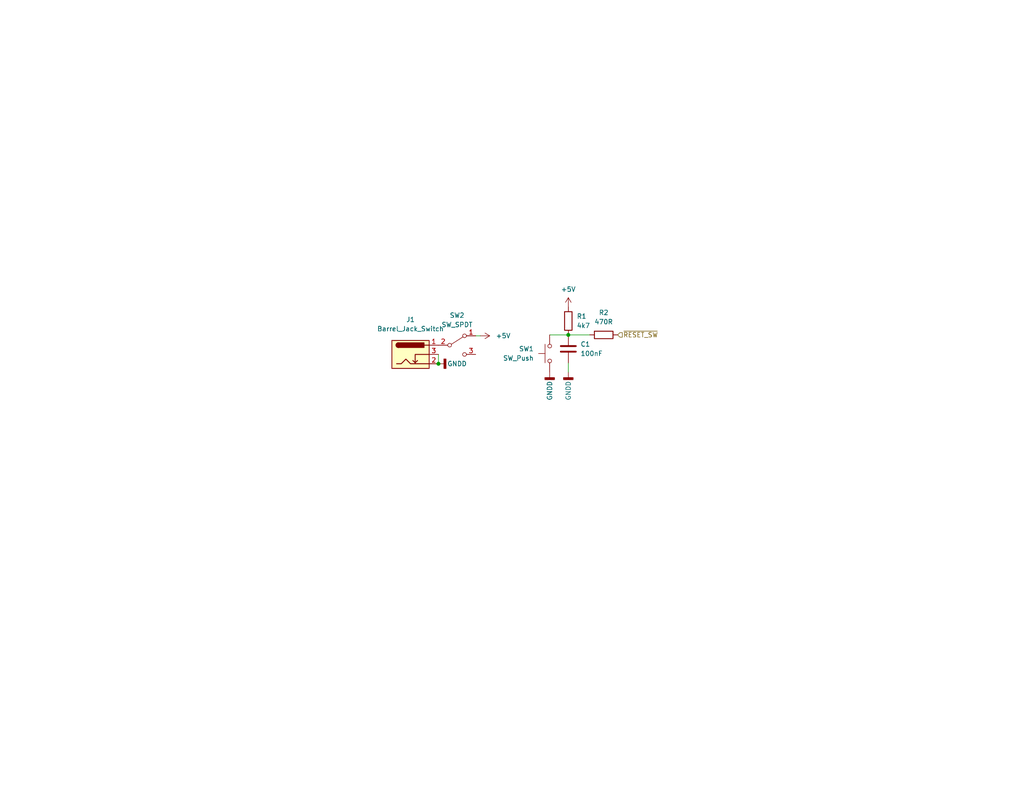
<source format=kicad_sch>
(kicad_sch (version 20230121) (generator eeschema)
  (paper "USLetter")
  (title_block (title "Righteous Tentacle, Colecovision Reverse Engineering Project") (date "2023-06-18") (rev "1.0.0.F") (company "sparkletron") (comment 1 "Jay Convertino") (comment 2 "MIT LICENSE") (comment 3 "PCB: 75743 REV F"))
  (lib_symbols
    (symbol "Connector:Barrel_Jack_Switch" (pin_names hide)
      (property "Reference" "J" (at 0 5.334 0))
      (property "Value" "Barrel_Jack_Switch" (at 0 -5.08 0))
      (symbol "Barrel_Jack_Switch_0_1"
        (rectangle (start -5.08 3.81) (end 5.08 -3.81) (stroke (width 0.254)) (fill (type background)))
        (arc (start -3.302 3.175) (mid -3.9343 2.54) (end -3.302 1.905) (stroke (width 0.254)))
        (arc (start -3.302 3.175) (mid -3.9343 2.54) (end -3.302 1.905) (stroke (width 0.254)) (fill (type outline)))
        (polyline (pts (xy 1.27 -2.286) (xy 1.905 -1.651)) (stroke (width 0.254)))
        (polyline (pts (xy 5.08 2.54) (xy 3.81 2.54)) (stroke (width 0.254)))
        (polyline (pts (xy 5.08 0) (xy 1.27 0) (xy 1.27 -2.286) (xy 0.635 -1.651)) (stroke (width 0.254)))
        (polyline (pts (xy -3.81 -2.54) (xy -2.54 -2.54) (xy -1.27 -1.27) (xy 0 -2.54) (xy 2.54 -2.54) (xy 5.08 -2.54)) (stroke (width 0.254)))
        (rectangle (start 3.683 3.175) (end -3.302 1.905) (stroke (width 0.254)) (fill (type outline)))
      )
      (symbol "Barrel_Jack_Switch_1_1"
        (pin passive line (at 7.62 2.54 180) (length 2.54) (name "~") (number "1"))
        (pin passive line (at 7.62 -2.54 180) (length 2.54) (name "~") (number "2"))
        (pin passive line (at 7.62 0 180) (length 2.54) (name "~") (number "3"))
      )
    )
    (symbol "Device:C" (pin_numbers hide) (pin_names (offset 0.254))
      (property "Reference" "C" (at 0.635 2.54 0))
      (property "Value" "C" (at 0.635 -2.54 0))
      (symbol "C_0_1"
        (polyline (pts (xy -2.032 -0.762) (xy 2.032 -0.762)) (stroke (width 0.508)))
        (polyline (pts (xy -2.032 0.762) (xy 2.032 0.762)) (stroke (width 0.508)))
      )
      (symbol "C_1_1"
        (pin passive line (at 0 3.81 270) (length 2.794) (name "~") (number "1"))
        (pin passive line (at 0 -3.81 90) (length 2.794) (name "~") (number "2"))
      )
    )
    (symbol "Device:R" (pin_numbers hide) (pin_names (offset 0))
      (property "Reference" "R" (at 2.032 0 90))
      (property "Value" "R" (at 0 0 90))
      (symbol "R_0_1"
        (rectangle (start -1.016 -2.54) (end 1.016 2.54) (stroke (width 0.254)))
      )
      (symbol "R_1_1"
        (pin passive line (at 0 3.81 270) (length 1.27) (name "~") (number "1"))
        (pin passive line (at 0 -3.81 90) (length 1.27) (name "~") (number "2"))
      )
    )
    (symbol "Switch:SW_Push" (pin_numbers hide) (pin_names (offset 1.016) hide)
      (property "Reference" "SW" (at 1.27 2.54 0))
      (property "Value" "SW_Push" (at 0 -1.524 0))
      (symbol "SW_Push_0_1"
        (circle (center -2.032 0) (radius 0.508))
        (polyline (pts (xy 0 1.27) (xy 0 3.048)))
        (polyline (pts (xy 2.54 1.27) (xy -2.54 1.27)))
        (circle (center 2.032 0) (radius 0.508))
        (pin passive line (at -5.08 0 0) (length 2.54) (name "1") (number "1"))
        (pin passive line (at 5.08 0 180) (length 2.54) (name "2") (number "2"))
      )
    )
    (symbol "Switch:SW_SPDT" (pin_names (offset 0) hide)
      (property "Reference" "SW" (at 0 4.318 0))
      (property "Value" "SW_SPDT" (at 0 -5.08 0))
      (symbol "SW_SPDT_0_0"
        (circle (center -2.032 0) (radius 0.508))
        (circle (center 2.032 -2.54) (radius 0.508))
      )
      (symbol "SW_SPDT_0_1"
        (polyline (pts (xy -1.524 0.254) (xy 1.651 2.286)))
        (circle (center 2.032 2.54) (radius 0.508))
      )
      (symbol "SW_SPDT_1_1"
        (pin passive line (at 5.08 2.54 180) (length 2.54) (name "A") (number "1"))
        (pin passive line (at -5.08 0 0) (length 2.54) (name "B") (number "2"))
        (pin passive line (at 5.08 -2.54 180) (length 2.54) (name "C") (number "3"))
      )
    )
    (symbol "power:+5V" (power) (pin_names (offset 0))
      (property "Value" "+5V" (at 0 3.556 0))
      (symbol "+5V_0_1"
        (polyline (pts (xy -0.762 1.27) (xy 0 2.54)))
        (polyline (pts (xy 0 0) (xy 0 2.54)))
        (polyline (pts (xy 0 2.54) (xy 0.762 1.27)))
      )
      (symbol "+5V_1_1"
        (pin power_in line (at 0 0 90) (length 0) hide (name "+5V") (number "1"))
      )
    )
    (symbol "power:GNDD" (power) (pin_names (offset 0))
      (property "Value" "GNDD" (at 0 -3.175 0))
      (symbol "GNDD_0_1"
        (rectangle (start -1.27 -1.524) (end 1.27 -2.032) (stroke (width 0.254)) (fill (type outline)))
        (polyline (pts (xy 0 0) (xy 0 -1.524)))
      )
      (symbol "GNDD_1_1"
        (pin power_in line (at 0 0 270) (length 0) hide (name "GNDD") (number "1"))
      )
    )
  )
  (junction (at 119.634 99.314))
  (junction (at 155.067 91.44))
  (wire (pts (xy 119.634 96.774) (xy 119.634 99.314)))
  (wire (pts (xy 149.987 91.44) (xy 155.067 91.44)))
  (wire (pts (xy 155.067 91.44) (xy 160.909 91.44)))
  (wire (pts (xy 155.067 101.6) (xy 155.067 99.06)))
  (wire (pts (xy 129.794 91.694) (xy 131.064 91.694)))
  (hierarchical_label "~{RESET_SW}" (shape input) (at 168.529 91.44 0))
  (symbol (lib_id "Device:R") (at 164.719 91.44 90) (unit 1)
    (property "Reference" "R2" (at 164.719 85.344 90))
    (property "Value" "470R" (at 164.719 87.884 90))
    (property "Footprint" "Resistor_THT:R_Axial_DIN0207_L6.3mm_D2.5mm_P10.16mm_Horizontal" (effects hide))
  )
  (symbol (lib_id "power:GNDD") (at 155.067 101.6 0) (mirror y) (unit 1)
    (property "Reference" "#PWR010" (effects hide))
    (property "Value" "GNDD" (at 155.067 106.68 90))
  )
  (symbol (lib_id "Switch:SW_Push") (at 149.987 96.52 90) (mirror x) (unit 1)
    (property "Reference" "SW1" (at 145.669 95.25 90) (effects (justify left)))
    (property "Value" "SW_Push" (at 145.669 97.79 90) (effects (justify left)))
    (property "Footprint" "Button_Switch_THT:SW_PUSH_6mm" (effects hide))
  )
  (symbol (lib_id "power:GNDD") (at 119.634 99.314 90) (mirror x) (unit 1)
    (property "Reference" "#PWR07" (effects hide))
    (property "Value" "GNDD" (at 124.714 99.314 90))
  )
  (symbol (lib_id "Device:R") (at 155.067 87.63 0) (unit 1)
    (property "Reference" "R1" (at 157.353 86.36 0) (effects (justify left)))
    (property "Value" "4k7" (at 157.353 88.9 0) (effects (justify left)))
    (property "Footprint" "Resistor_THT:R_Axial_DIN0207_L6.3mm_D2.5mm_P10.16mm_Horizontal" (effects hide))
  )
  (symbol (lib_id "Connector:Barrel_Jack_Switch") (at 112.014 96.774 0) (unit 1)
    (property "Reference" "J1" (at 112.014 87.249 0))
    (property "Value" "Barrel_Jack_Switch" (at 112.014 89.789 0))
    (property "Footprint" "Connector_BarrelJack:BarrelJack_Horizontal" (effects hide))
    (instances (project "coleco_original" (path "" (reference "J1") (unit 1))) (project "MCU_BOARD" (path "" (reference "J2") (unit 1))) (project "Mil_Time_Clock" (path "" (reference "J3") (unit 1))))
  )
  (symbol (lib_id "power:GNDD") (at 149.987 101.6 0) (mirror y) (unit 1)
    (property "Reference" "#PWR08" (effects hide))
    (property "Value" "GNDD" (at 149.987 106.68 90))
  )
  (symbol (lib_id "Device:C") (at 155.067 95.25 0) (unit 1)
    (property "Reference" "C1" (at 158.369 93.98 0) (effects (justify left)))
    (property "Value" "100nF" (at 158.369 96.52 0) (effects (justify left)))
    (property "Footprint" "Capacitor_THT:C_Disc_D7.0mm_W2.5mm_P5.00mm" (effects hide))
  )
  (symbol (lib_id "Switch:SW_SPDT") (at 124.714 94.234 0) (unit 1)
    (property "Reference" "SW2" (at 124.714 86.106 0))
    (property "Value" "SW_SPDT" (at 124.714 88.646 0))
    (property "Footprint" "Button_Switch_THT:SW_CuK_OS102011MA1QN1_SPDT_Angled" (effects hide))
  )
  (symbol (lib_id "power:+5V") (at 131.064 91.694 270) (unit 1)
    (property "Reference" "#PWR06" (effects hide))
    (property "Value" "+5V" (at 135.255 91.694 90) (effects (justify left)))
  )
  (symbol (lib_id "power:+5V") (at 155.067 83.82 0) (unit 1)
    (property "Reference" "#PWR09" (effects hide))
    (property "Value" "+5V" (at 155.067 78.994 0))
  )
)
</source>
